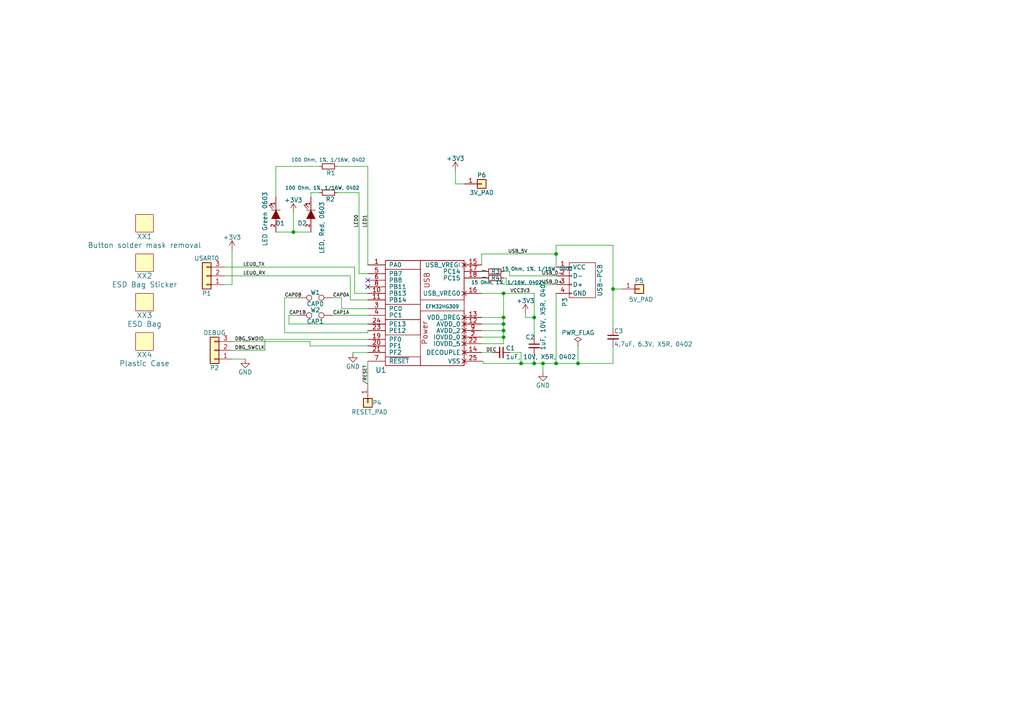
<source format=kicad_sch>
(kicad_sch (version 20211123) (generator eeschema)
  (paper "A4")
  (title_block (title "Tomu, I'm") (date "$Id$") (company "Tim 'mithro' Ansell <mithro@mithis.com>") (comment 1 "License: CC-BY-SA 4.0 or TAPR") (comment 2 "http://tomu.im") (comment 3 "https://github.com/mithro/tomu"))
  (lib_symbols
    (symbol "Device:C_Small" (pin_numbers hide) (pin_names (offset 0.254) hide)
      (property "Reference" "C" (at 0.254 1.778 0))
      (property "Value" "C_Small" (at 0.254 -2.032 0))
      (symbol "C_Small_0_1"
        (polyline (pts (xy -1.524 -0.508) (xy 1.524 -0.508)) (stroke (width 0.3302)))
        (polyline (pts (xy -1.524 0.508) (xy 1.524 0.508)) (stroke (width 0.3048)))
      )
      (symbol "C_Small_1_1"
        (pin passive line (at 0 2.54 270) (length 2.032) (name "~") (number "1"))
        (pin passive line (at 0 -2.54 90) (length 2.032) (name "~") (number "2"))
      )
    )
    (symbol "Device:R_Small" (pin_numbers hide) (pin_names (offset 0.254) hide)
      (property "Reference" "R" (at 0.762 0.508 0))
      (property "Value" "R_Small" (at 0.762 -1.016 0))
      (symbol "R_Small_0_1"
        (rectangle (start -0.762 1.778) (end 0.762 -1.778) (stroke (width 0.2032)))
      )
      (symbol "R_Small_1_1"
        (pin passive line (at 0 2.54 270) (length 0.762) (name "~") (number "1"))
        (pin passive line (at 0 -2.54 90) (length 0.762) (name "~") (number "2"))
      )
    )
    (symbol "efm32hg309:EFM32HG309" (pin_names (offset 1.016))
      (property "Reference" "U" (at -1.27 -1.27 0))
      (property "Value" "EFM32HG309" (at 16.51 17.145 0))
      (symbol "EFM32HG309_0_0"
        (rectangle (start 0 2.54) (end 10.16 0))
        (rectangle (start 0 13.335) (end 10.16 8.89))
        (rectangle (start 0 17.78) (end 10.16 13.335))
        (rectangle (start 0 30.48) (end 10.16 27.94))
        (rectangle (start 10.16 15.875) (end 22.86 0))
        (rectangle (start 10.16 27.94) (end 0 17.78))
        (text "Power" (at 11.43 9.525 900) (effects (font (size 1.524 1.524))))
        (text "USB" (at 12.065 24.765 900) (effects (font (size 1.524 1.524))))
      )
      (symbol "EFM32HG309_0_1"
        (rectangle (start 0 30.48) (end 22.86 0))
        (rectangle (start 10.16 30.48) (end 22.86 19.05))
      )
      (symbol "EFM32HG309_1_1"
        (pin input line (at -5.08 29.21 0) (length 5.08) (name "PA0") (number "1"))
        (pin input line (at -5.08 20.955 0) (length 5.08) (name "PB13") (number "10"))
        (pin input line (at -5.08 19.05 0) (length 5.08) (name "PB14") (number "11"))
        (pin power_in non_logic (at 27.94 12.065 180) (length 5.08) (name "AVDD_0") (number "12"))
        (pin input non_logic (at 27.94 13.97 180) (length 5.08) (name "VDD_DREG") (number "13"))
        (pin passive non_logic (at 27.94 3.81 180) (length 5.08) (name "DECOUPLE") (number "14"))
        (pin power_in non_logic (at 27.94 29.21 180) (length 5.08) (name "USB_VREGI") (number "15"))
        (pin power_out non_logic (at 27.94 20.955 180) (length 5.08) (name "USB_VREG0") (number "16"))
        (pin input line (at 27.94 27.305 180) (length 5.08) (name "PC14") (number "17"))
        (pin input line (at 27.94 25.4 180) (length 5.08) (name "PC15") (number "18"))
        (pin input line (at -5.08 7.62 0) (length 5.08) (name "PF0") (number "19"))
        (pin power_in non_logic (at 27.94 8.255 180) (length 5.08) (name "IOVDD_0") (number "2"))
        (pin input line (at -5.08 5.715 0) (length 5.08) (name "PF1") (number "20"))
        (pin input line (at -5.08 3.81 0) (length 5.08) (name "PF2") (number "21"))
        (pin power_in non_logic (at 27.94 6.35 180) (length 5.08) (name "IOVDD_5") (number "22"))
        (pin input line (at -5.08 10.16 0) (length 5.08) (name "PE12") (number "23"))
        (pin input line (at -5.08 12.065 0) (length 5.08) (name "PE13") (number "24"))
        (pin power_in non_logic (at 27.94 1.27 180) (length 5.08) (name "VSS") (number "25"))
        (pin input line (at -5.08 16.51 0) (length 5.08) (name "PC0") (number "3"))
        (pin input line (at -5.08 14.605 0) (length 5.08) (name "PC1") (number "4"))
        (pin input line (at -5.08 26.67 0) (length 5.08) (name "PB7") (number "5"))
        (pin input line (at -5.08 24.765 0) (length 5.08) (name "PB8") (number "6"))
        (pin input line (at -5.08 1.27 0) (length 5.08) (name "~{RESET}") (number "7"))
        (pin input line (at -5.08 22.86 0) (length 5.08) (name "PB11") (number "8"))
        (pin power_in non_logic (at 27.94 10.16 180) (length 5.08) (name "AVDD_2") (number "9"))
      )
    )
    (symbol "power:+3V3" (power) (pin_names (offset 0))
      (property "Value" "+3V3" (at 0 3.556 0))
      (symbol "+3V3_0_1"
        (polyline (pts (xy -0.762 1.27) (xy 0 2.54)))
        (polyline (pts (xy 0 0) (xy 0 2.54)))
        (polyline (pts (xy 0 2.54) (xy 0.762 1.27)))
      )
      (symbol "+3V3_1_1"
        (pin power_in line (at 0 0 90) (length 0) hide (name "+3V3") (number "1"))
      )
    )
    (symbol "power:GND" (power) (pin_names (offset 0))
      (property "Value" "GND" (at 0 -3.81 0))
      (symbol "GND_0_1"
        (polyline (pts (xy 0 0) (xy 0 -1.27) (xy 1.27 -1.27) (xy 0 -2.54) (xy -1.27 -1.27) (xy 0 -1.27)))
      )
      (symbol "GND_1_1"
        (pin power_in line (at 0 0 270) (length 0) hide (name "GND") (number "1"))
      )
    )
    (symbol "power:PWR_FLAG" (power) (pin_numbers hide) (pin_names (offset 0) hide)
      (property "Value" "PWR_FLAG" (at 0 3.81 0))
      (symbol "PWR_FLAG_0_0"
        (pin power_out line (at 0 0 90) (length 0) (name "pwr") (number "1"))
      )
      (symbol "PWR_FLAG_0_1"
        (polyline (pts (xy 0 0) (xy 0 1.27) (xy -1.016 1.905) (xy 0 2.54) (xy 1.016 1.905) (xy 0 1.27)))
      )
    )
    (symbol "tomu-rescue:Conn_01x01" (pin_names (offset 1.016) hide)
      (property "Reference" "J" (at 0 2.54 0))
      (property "Value" "Conn_01x01" (at 0 -2.54 0))
      (symbol "Conn_01x01_1_1"
        (rectangle (start -1.27 0.127) (end 0 -0.127) (stroke (width 0.1524)))
        (rectangle (start -1.27 1.27) (end 1.27 -1.27) (stroke (width 0.254)) (fill (type background)))
        (pin passive line (at -5.08 0 0) (length 3.81) (name "Pin_1") (number "1"))
      )
    )
    (symbol "tomu-rescue:Conn_01x03" (pin_names (offset 1.016) hide)
      (property "Reference" "J" (at 0 5.08 0))
      (property "Value" "Conn_01x03" (at 0 -5.08 0))
      (symbol "Conn_01x03_1_1"
        (rectangle (start -1.27 -2.413) (end 0 -2.667) (stroke (width 0.1524)))
        (rectangle (start -1.27 0.127) (end 0 -0.127) (stroke (width 0.1524)))
        (rectangle (start -1.27 2.667) (end 0 2.413) (stroke (width 0.1524)))
        (rectangle (start -1.27 3.81) (end 1.27 -3.81) (stroke (width 0.254)) (fill (type background)))
        (pin passive line (at -5.08 2.54 0) (length 3.81) (name "Pin_1") (number "1"))
        (pin passive line (at -5.08 0 0) (length 3.81) (name "Pin_2") (number "2"))
        (pin passive line (at -5.08 -2.54 0) (length 3.81) (name "Pin_3") (number "3"))
      )
    )
    (symbol "tomu-rescue:LED-RESCUE-tomu" (pin_names (offset 1.016) hide)
      (property "Reference" "D" (at 0 2.54 0))
      (property "Value" "LED-RESCUE-tomu" (at 0 -2.54 0))
      (symbol "LED-RESCUE-tomu_0_1"
        (polyline (pts (xy -1.27 1.27) (xy -1.27 -1.27)))
        (polyline (pts (xy -2.032 -0.635) (xy -3.175 -1.651) (xy -3.048 -1.016)))
        (polyline (pts (xy -1.651 -1.016) (xy -2.794 -2.032) (xy -2.667 -1.397)))
        (polyline (pts (xy 1.27 1.27) (xy -1.27 0) (xy 1.27 -1.27)) (fill (type outline)))
      )
      (symbol "LED-RESCUE-tomu_1_1"
        (pin passive line (at -5.08 0 0) (length 3.81) (name "K") (number "1"))
        (pin passive line (at 5.08 0 180) (length 3.81) (name "A") (number "2"))
      )
    )
    (symbol "tomu-rescue:TEST-RESCUE-tomu" (pin_numbers hide) (pin_names (offset 0.762) hide)
      (property "Reference" "W" (at 0 1.524 0))
      (property "Value" "TEST-RESCUE-tomu" (at 0 -1.778 0))
      (symbol "TEST-RESCUE-tomu_0_1"
        (circle (center -1.778 0) (radius 0.762))
        (circle (center 1.778 0) (radius 0.762))
        (pin passive line (at -5.08 0 0) (length 2.54) (name "1") (number "1"))
        (pin passive line (at 5.08 0 180) (length 2.54) (name "2") (number "2"))
      )
    )
    (symbol "usb-pcb:Note" (pin_numbers hide) (pin_names (offset 1.016))
      (property "Reference" "XX" (at 0 0 0))
      (property "Value" "Note" (at 0 -2.54 0))
      (symbol "Note_0_1"
        (rectangle (start -2.54 6.35) (end 2.54 1.27) (fill (type background)))
      )
    )
    (symbol "usb-pcb:USB-PCB" (pin_names (offset 1.016))
      (property "Reference" "P" (at 5.08 -5.08 0))
      (property "Value" "USB-PCB" (at -1.27 5.08 0))
      (symbol "USB-PCB_0_1"
        (rectangle (start -6.35 -3.81) (end 3.81 3.81))
        (rectangle (start -5.207 -3.81) (end -4.953 -3.048))
        (rectangle (start -2.667 -3.81) (end -2.413 -3.048))
        (rectangle (start -0.127 -3.81) (end 0.127 -3.048))
        (rectangle (start 2.413 -3.81) (end 2.667 -3.048))
      )
      (symbol "USB-PCB_1_1"
        (pin power_out line (at -5.08 -7.62 90) (length 3.81) (name "VCC") (number "1"))
        (pin passive line (at -2.54 -7.62 90) (length 3.81) (name "D-") (number "2"))
        (pin passive line (at 0 -7.62 90) (length 3.81) (name "D+") (number "3"))
        (pin power_in line (at 2.54 -7.62 90) (length 3.81) (name "GND") (number "4"))
      )
    )
  )
  (junction (at 85.09 67.31))
  (junction (at 154.94 92.075))
  (junction (at 157.48 105.41))
  (junction (at 167.64 105.41))
  (junction (at 146.05 93.98))
  (junction (at 161.29 105.41))
  (junction (at 146.05 95.885))
  (junction (at 146.05 92.075))
  (junction (at 161.29 73.66))
  (junction (at 177.8 83.82))
  (junction (at 146.05 85.09))
  (junction (at 154.94 105.41))
  (junction (at 146.05 97.79))
  (junction (at 151.13 105.41))
  (no_connect (at 106.68 81.28))
  (no_connect (at 106.68 83.185))
  (wire (pts (xy 146.05 92.075) (xy 139.7 92.075)))
  (wire (pts (xy 177.8 83.82) (xy 180.34 83.82)))
  (wire (pts (xy 139.7 85.09) (xy 146.05 85.09)))
  (wire (pts (xy 139.7 80.645) (xy 140.97 80.645)))
  (wire (pts (xy 146.05 85.09) (xy 154.94 85.09)))
  (wire (pts (xy 161.29 80.01) (xy 147.828 80.01)))
  (wire (pts (xy 132.08 49.53) (xy 132.08 53.34)))
  (wire (pts (xy 82.55 96.52) (xy 82.55 86.36)))
  (wire (pts (xy 106.68 91.44) (xy 96.52 91.44)))
  (wire (pts (xy 147.828 80.01) (xy 147.828 78.74)))
  (wire (pts (xy 146.05 99.695) (xy 139.7 99.695)))
  (wire (pts (xy 167.64 105.41) (xy 177.8 105.41)))
  (wire (pts (xy 152.4 92.075) (xy 154.94 92.075)))
  (wire (pts (xy 104.14 79.375) (xy 104.14 55.88)))
  (wire (pts (xy 167.64 105.41) (xy 167.64 100.33)))
  (wire (pts (xy 104.14 55.88) (xy 97.79 55.88)))
  (wire (pts (xy 161.29 82.55) (xy 146.812 82.55)))
  (wire (pts (xy 106.68 86.995) (xy 101.6 86.995)))
  (wire (pts (xy 146.05 92.075) (xy 146.05 93.98)))
  (wire (pts (xy 147.828 78.74) (xy 146.05 78.74)))
  (wire (pts (xy 161.29 105.41) (xy 161.29 85.09)))
  (wire (pts (xy 154.94 105.41) (xy 157.48 105.41)))
  (wire (pts (xy 177.8 83.82) (xy 177.8 95.25)))
  (wire (pts (xy 140.081 105.41) (xy 140.081 104.775)))
  (wire (pts (xy 106.68 93.98) (xy 83.82 93.98)))
  (wire (pts (xy 80.01 48.26) (xy 92.71 48.26)))
  (wire (pts (xy 161.29 73.66) (xy 139.7 73.66)))
  (wire (pts (xy 140.081 104.775) (xy 139.7 104.775)))
  (wire (pts (xy 161.29 73.66) (xy 161.29 77.47)))
  (wire (pts (xy 161.29 71.12) (xy 177.8 71.12)))
  (wire (pts (xy 106.68 85.09) (xy 102.87 85.09)))
  (wire (pts (xy 83.82 91.44) (xy 86.36 91.44)))
  (wire (pts (xy 90.17 55.88) (xy 90.17 57.15)))
  (wire (pts (xy 102.87 85.09) (xy 102.87 77.47)))
  (wire (pts (xy 67.31 104.14) (xy 71.12 104.14)))
  (wire (pts (xy 80.01 57.15) (xy 80.01 48.26)))
  (wire (pts (xy 140.081 105.41) (xy 151.13 105.41)))
  (wire (pts (xy 106.68 96.52) (xy 106.68 95.885)))
  (wire (pts (xy 104.14 79.375) (xy 106.68 79.375)))
  (wire (pts (xy 99.06 86.36) (xy 99.06 89.535)))
  (wire (pts (xy 146.05 85.09) (xy 146.05 92.075)))
  (wire (pts (xy 147.955 102.235) (xy 151.13 102.235)))
  (wire (pts (xy 67.31 82.55) (xy 65.024 82.55)))
  (wire (pts (xy 76.835 98.425) (xy 76.835 101.6)))
  (wire (pts (xy 97.79 48.26) (xy 106.68 48.26)))
  (wire (pts (xy 82.55 96.52) (xy 106.68 96.52)))
  (wire (pts (xy 161.29 71.12) (xy 161.29 73.66)))
  (wire (pts (xy 76.835 101.6) (xy 67.31 101.6)))
  (wire (pts (xy 154.94 85.09) (xy 154.94 92.075)))
  (wire (pts (xy 151.13 102.235) (xy 151.13 105.41)))
  (wire (pts (xy 157.48 105.41) (xy 161.29 105.41)))
  (wire (pts (xy 80.01 67.31) (xy 85.09 67.31)))
  (wire (pts (xy 177.8 71.12) (xy 177.8 83.82)))
  (wire (pts (xy 106.68 104.775) (xy 106.68 111.76)))
  (wire (pts (xy 101.6 80.01) (xy 65.024 80.01)))
  (wire (pts (xy 89.916 99.06) (xy 67.31 99.06)))
  (wire (pts (xy 177.8 105.41) (xy 177.8 100.33)))
  (wire (pts (xy 89.916 100.33) (xy 106.68 100.33)))
  (wire (pts (xy 106.68 48.26) (xy 106.68 76.835)))
  (wire (pts (xy 67.31 72.39) (xy 67.31 82.55)))
  (wire (pts (xy 146.812 82.55) (xy 146.812 80.645)))
  (wire (pts (xy 140.97 78.74) (xy 139.7 78.74)))
  (wire (pts (xy 132.08 53.34) (xy 134.62 53.34)))
  (wire (pts (xy 146.05 93.98) (xy 139.7 93.98)))
  (wire (pts (xy 106.68 102.235) (xy 102.362 102.235)))
  (wire (pts (xy 146.05 97.79) (xy 139.7 97.79)))
  (wire (pts (xy 96.52 86.36) (xy 99.06 86.36)))
  (wire (pts (xy 85.09 67.31) (xy 90.17 67.31)))
  (wire (pts (xy 161.29 105.41) (xy 167.64 105.41)))
  (wire (pts (xy 101.6 86.995) (xy 101.6 80.01)))
  (wire (pts (xy 83.82 93.98) (xy 83.82 91.44)))
  (wire (pts (xy 89.916 100.33) (xy 89.916 99.06)))
  (wire (pts (xy 82.55 86.36) (xy 86.36 86.36)))
  (wire (pts (xy 151.13 105.41) (xy 154.94 105.41)))
  (wire (pts (xy 154.94 105.41) (xy 154.94 102.87)))
  (wire (pts (xy 92.71 55.88) (xy 90.17 55.88)))
  (wire (pts (xy 76.835 98.425) (xy 106.68 98.425)))
  (wire (pts (xy 102.362 102.235) (xy 102.362 102.489)))
  (wire (pts (xy 146.05 95.885) (xy 146.05 97.79)))
  (wire (pts (xy 146.05 93.98) (xy 146.05 95.885)))
  (wire (pts (xy 146.05 97.79) (xy 146.05 99.695)))
  (wire (pts (xy 102.87 77.47) (xy 65.024 77.47)))
  (wire (pts (xy 99.06 89.535) (xy 106.68 89.535)))
  (wire (pts (xy 85.09 61.595) (xy 85.09 67.31)))
  (wire (pts (xy 139.7 102.235) (xy 142.875 102.235)))
  (wire (pts (xy 154.94 92.075) (xy 154.94 97.79)))
  (wire (pts (xy 157.48 105.41) (xy 157.48 107.95)))
  (wire (pts (xy 152.4 90.805) (xy 152.4 92.075)))
  (wire (pts (xy 146.05 95.885) (xy 139.7 95.885)))
  (wire (pts (xy 146.812 80.645) (xy 146.05 80.645)))
  (wire (pts (xy 139.7 73.66) (xy 139.7 76.835)))
  (label "CAP0A" (at 96.52 86.36 0) (effects (font (size 0.9906 0.9906))))
  (label "USB_5V" (at 147.32 73.66 0) (effects (font (size 0.9906 0.9906))))
  (label "RUSB_D+" (at 139.7 80.645 0) (effects (font (size 0.2032 0.2032))))
  (label "USB_D+" (at 157.099 82.55 0) (effects (font (size 0.9906 0.9906))))
  (label "/RESET" (at 106.68 111.506 90) (effects (font (size 0.9906 0.9906))))
  (label "RUSB_D-" (at 139.7 78.74 0) (effects (font (size 0.2032 0.2032))))
  (label "LED1" (at 106.68 66.04 90) (effects (font (size 0.9906 0.9906))))
  (label "DBG_SWDIO" (at 68.072 99.06 0) (effects (font (size 0.9906 0.9906))))
  (label "USB_D-" (at 157.099 80.01 0) (effects (font (size 0.9906 0.9906))))
  (label "CAP0B" (at 82.55 86.36 0) (effects (font (size 0.9906 0.9906))))
  (label "LEU0_TX" (at 70.485 77.47 0) (effects (font (size 0.9906 0.9906))))
  (label "DEC" (at 140.97 102.235 0) (effects (font (size 0.9906 0.9906))))
  (label "DBG_SWCLK" (at 68.072 101.6 0) (effects (font (size 0.9906 0.9906))))
  (label "LED0" (at 104.14 66.04 90) (effects (font (size 0.9906 0.9906))))
  (label "CAP1B" (at 83.82 91.44 0) (effects (font (size 0.9906 0.9906))))
  (label "LEU0_RX" (at 70.485 80.01 0) (effects (font (size 0.9906 0.9906))))
  (label "VCC3V3" (at 147.955 85.09 0) (effects (font (size 0.9906 0.9906))))
  (label "CAP1A" (at 96.52 91.44 0) (effects (font (size 0.9906 0.9906))))
  (symbol (lib_id "efm32hg309:EFM32HG309") (at 111.76 106.045 0) (unit 1)
    (property "Reference" "U1" (at 110.49 107.315 0) (effects (font (size 1.524 1.524))))
    (property "Value" "EFM32HG309" (at 128.27 88.9 0) (effects (font (size 0.9906 0.9906))))
    (property "Footprint" "Housings_DFN_QFN:QFN-24-1EP_5x5mm_Pitch0.65mm" (effects hide))
    (property "Datasheet" "https://www.silabs.com/documents/public/data-sheets/EFM32HG309.pdf" (effects hide))
    (property "MPN" "EFM32HG309F64G-B-QFN24" (effects hide))
    (property "Manufacturer" "Silicon Laboratories Inc" (effects hide))
  )
  (symbol (lib_id "Device:C_Small") (at 154.94 100.33 0) (unit 1)
    (property "Reference" "C2" (at 152.4 97.79 0) (effects (justify left)))
    (property "Value" "1uF, 10V, X5R, 0402" (at 157.48 101.6 90) (effects (justify left)))
    (property "Footprint" "Capacitors_SMD:C_0402" (effects hide))
    (property "MPN" "ANY" (effects hide))
    (property "Manufacturer" "ANY" (effects hide))
  )
  (symbol (lib_id "power:GND") (at 157.48 107.95 0) (unit 1)
    (property "Reference" "#PWR07" (effects hide))
    (property "Value" "GND" (at 157.48 111.76 0))
  )
  (symbol (lib_id "Device:C_Small") (at 177.8 97.79 0) (unit 1)
    (property "Reference" "C3" (at 178.054 96.012 0) (effects (justify left)))
    (property "Value" "4.7uF, 6.3V, X5R, 0402" (at 178.054 99.822 0) (effects (justify left)))
    (property "Footprint" "Capacitors_SMD:C_0402" (effects hide))
    (property "Manufacturer" "ANY" (effects hide))
    (property "MPN" "ANY" (effects hide))
  )
  (symbol (lib_id "Device:C_Small") (at 145.415 102.235 270) (unit 1)
    (property "Reference" "C1" (at 146.685 100.965 90) (effects (justify left)))
    (property "Value" "1uF, 10V, X5R, 0402" (at 146.685 103.505 90) (effects (justify left)))
    (property "Footprint" "Capacitors_SMD:C_0402" (effects hide))
    (property "MPN" "ANY" (effects hide))
    (property "Manufacturer" "ANY" (effects hide))
  )
  (symbol (lib_id "usb-pcb:USB-PCB") (at 168.91 82.55 270) (unit 1)
    (property "Reference" "P3" (at 163.83 87.63 0))
    (property "Value" "USB-PCB" (at 173.99 81.28 0))
    (property "Footprint" "usb-pcb:USB-PCB" (effects hide))
    (property "Notes" "DNP" (effects hide))
    (property "Description" "USB pads on bottom of PCB" (effects hide))
  )
  (symbol (lib_id "Device:R_Small") (at 143.51 78.74 270) (unit 1)
    (property "Reference" "R3" (at 142.367 78.74 90) (effects (justify left)))
    (property "Value" "15 Ohm, 1%, 1/16W, 0402" (at 145.542 77.978 90) (effects (font (size 0.9906 0.9906)) (justify left)))
    (property "Footprint" "Resistors_SMD:R_0402" (effects hide))
    (property "Manufacturer" "ANY" (effects hide))
    (property "MPN" "ANY" (effects hide))
  )
  (symbol (lib_id "Device:R_Small") (at 143.51 80.645 270) (unit 1)
    (property "Reference" "R4" (at 142.367 80.645 90) (effects (justify left)))
    (property "Value" "15 Ohm, 1%, 1/16W, 0402" (at 136.652 81.915 90) (effects (font (size 0.9906 0.9906)) (justify left)))
    (property "Footprint" "Resistors_SMD:R_0402" (effects hide))
    (property "Manufacturer" "ANY" (effects hide))
    (property "MPN" "ANY" (effects hide))
  )
  (symbol (lib_id "power:GND") (at 71.12 104.14 0) (unit 1)
    (property "Reference" "#PWR02" (effects hide))
    (property "Value" "GND" (at 71.12 107.95 0))
  )
  (symbol (lib_id "power:+3V3") (at 152.4 90.805 0) (unit 1)
    (property "Reference" "#PWR06" (effects hide))
    (property "Value" "+3V3" (at 152.4 87.249 0))
  )
  (symbol (lib_id "tomu-rescue:LED-RESCUE-tomu") (at 80.01 62.23 270) (unit 1)
    (property "Reference" "D1" (at 81.28 64.77 90))
    (property "Value" "LED Green 0603" (at 76.835 63.5 0))
    (property "Footprint" "LED_SMD:LED_0603_1608Metric" (effects hide))
    (property "MPN" "ANY" (effects hide))
    (property "Manufacturer" "ANY" (effects hide))
  )
  (symbol (lib_id "tomu-rescue:LED-RESCUE-tomu") (at 90.17 62.23 270) (unit 1)
    (property "Reference" "D2" (at 87.63 64.77 90))
    (property "Value" "LED, Red, 0603" (at 93.345 66.04 0))
    (property "Footprint" "LED_SMD:LED_0603_1608Metric" (effects hide))
    (property "Manufacturer" "ANY" (effects hide))
    (property "MPN" "ANY" (effects hide))
  )
  (symbol (lib_id "Device:R_Small") (at 95.25 55.88 90) (unit 1)
    (property "Reference" "R2" (at 97.155 57.785 90) (effects (justify left)))
    (property "Value" "100 Ohm, 1%, 1/16W, 0402" (at 104.267 54.483 90) (effects (font (size 0.9906 0.9906)) (justify left)))
    (property "Footprint" "Resistors_SMD:R_0402" (effects hide))
    (property "MPN" "ANY" (effects hide))
    (property "Manufacturer" "ANY" (effects hide))
  )
  (symbol (lib_id "Device:R_Small") (at 95.25 48.26 270) (unit 1)
    (property "Reference" "R1" (at 94.615 50.165 90) (effects (justify left)))
    (property "Value" "100 Ohm, 1%, 1/16W, 0402" (at 84.455 46.355 90) (effects (font (size 0.9906 0.9906)) (justify left)))
    (property "Footprint" "Resistors_SMD:R_0402" (effects hide))
    (property "MPN" "ANY" (effects hide))
    (property "Manufacturer" "ANY" (effects hide))
  )
  (symbol (lib_id "power:+3V3") (at 67.31 72.39 0) (unit 1)
    (property "Reference" "#PWR01" (effects hide))
    (property "Value" "+3V3" (at 67.31 68.834 0))
  )
  (symbol (lib_id "tomu-rescue:TEST-RESCUE-tomu") (at 91.44 86.36 0) (unit 1)
    (property "Reference" "W1" (at 91.44 84.836 0))
    (property "Value" "CAP0" (at 91.44 88.138 0))
    (property "Footprint" "Measurement_Points:Test_Point_2Pads" (effects hide))
    (property "Notes" "DNP" (effects hide))
    (property "Description" "Capacitive touch pads" (effects hide))
  )
  (symbol (lib_id "tomu-rescue:TEST-RESCUE-tomu") (at 91.44 91.44 0) (unit 1)
    (property "Reference" "W2" (at 91.44 89.916 0))
    (property "Value" "CAP1" (at 91.44 93.218 0))
    (property "Footprint" "Measurement_Points:Test_Point_2Pads" (effects hide))
    (property "Notes" "DNP" (effects hide))
    (property "Description" "Capacitive touch pads" (effects hide))
  )
  (symbol (lib_id "power:+3V3") (at 85.09 61.595 0) (unit 1)
    (property "Reference" "#PWR03" (effects hide))
    (property "Value" "+3V3" (at 85.09 58.039 0))
  )
  (symbol (lib_id "power:GND") (at 102.362 102.489 0) (unit 1)
    (property "Reference" "#PWR04" (effects hide))
    (property "Value" "GND" (at 102.362 106.299 0))
  )
  (symbol (lib_id "tomu-rescue:Conn_01x03") (at 62.23 101.6 180) (unit 1)
    (property "Reference" "P2" (at 62.23 106.68 0))
    (property "Value" "DEBUG" (at 62.23 96.52 0))
    (property "Footprint" "usb-pcb:pads-1x3" (effects hide))
    (property "Notes" "DNP" (effects hide))
    (property "Description" "Test points for SWD" (effects hide))
  )
  (symbol (lib_id "power:PWR_FLAG") (at 167.64 100.33 0) (unit 1)
    (property "Reference" "#FLG01" (effects hide))
    (property "Value" "PWR_FLAG" (at 167.64 96.52 0))
  )
  (symbol (lib_id "tomu-rescue:Conn_01x03") (at 59.944 80.01 180) (unit 1)
    (property "Reference" "P1" (at 59.944 85.09 0))
    (property "Value" "USART0" (at 59.944 74.93 0))
    (property "Footprint" "usb-pcb:pads-1x3-slim" (effects hide))
    (property "Notes" "DNP" (effects hide))
    (property "Description" "Test points for serial" (effects hide))
  )
  (symbol (lib_id "tomu-rescue:Conn_01x01") (at 106.68 116.84 270) (unit 1)
    (property "Reference" "P4" (at 109.347 116.84 90))
    (property "Value" "RESET_PAD" (at 107.188 119.507 90))
    (property "Footprint" "usb-pcb:pads-1x1" (effects hide))
    (property "Notes" "DNP" (effects hide))
    (property "Description" "Test point for RESET line" (effects hide))
  )
  (symbol (lib_id "tomu-rescue:Conn_01x01") (at 185.42 83.82 0) (unit 1)
    (property "Reference" "P5" (at 185.42 81.407 0))
    (property "Value" "5V_PAD" (at 185.928 86.868 0))
    (property "Footprint" "usb-pcb:pads-1x1" (effects hide))
    (property "Notes" "DNP" (effects hide))
    (property "Description" "Test point for supplying 5V power" (effects hide))
  )
  (symbol (lib_id "usb-pcb:Note") (at 41.91 68.58 0) (unit 1)
    (property "Reference" "XX1" (at 41.91 68.58 0) (effects (font (size 1.524 1.524))))
    (property "Value" "Button solder mask removal" (at 41.91 71.12 0) (effects (font (size 1.524 1.524))))
    (property "Footprint" "usb-pcb:soldermask-removal" (effects hide))
    (property "Notes" "DNP" (effects hide))
    (property "Description" "Internal component to expose captouch pads" (effects hide))
  )
  (symbol (lib_id "usb-pcb:Note") (at 41.91 91.44 0) (unit 1)
    (property "Reference" "XX3" (at 41.91 91.44 0) (effects (font (size 1.524 1.524))))
    (property "Value" "ESD Bag" (at 41.91 93.98 0) (effects (font (size 1.524 1.524))))
    (property "Notes" "DNP" (effects hide))
    (property "Description" "Small bag to contain PCB and plastic case.  Approx. 90mm x 90mm." (effects hide))
  )
  (symbol (lib_id "usb-pcb:Note") (at 41.91 102.87 0) (unit 1)
    (property "Reference" "XX4" (at 41.91 102.87 0) (effects (font (size 1.524 1.524))))
    (property "Value" "Plastic Case" (at 41.91 105.41 0) (effects (font (size 1.524 1.524))))
    (property "Notes" "DNP" (effects hide))
    (property "Description" "Case to be consigned from external plastics vendor" (effects hide))
  )
  (symbol (lib_id "tomu-rescue:Conn_01x01") (at 139.7 53.34 0) (unit 1)
    (property "Reference" "P6" (at 139.7 50.8 0))
    (property "Value" "3V_PAD" (at 139.7 55.88 0))
    (property "Footprint" "usb-pcb:pads-1x1" (effects hide))
    (property "Notes" "DNP" (effects hide))
    (property "Description" "Test point for 3.3V power" (effects hide))
  )
  (symbol (lib_id "power:+3V3") (at 132.08 49.53 0) (unit 1)
    (property "Reference" "#PWR05" (effects hide))
    (property "Value" "+3V3" (at 132.08 45.974 0))
  )
  (symbol (lib_id "usb-pcb:Note") (at 41.91 80.01 0) (unit 1)
    (property "Reference" "XX2" (at 41.91 80.01 0) (effects (font (size 1.524 1.524))))
    (property "Value" "ESD Bag Sticker" (at 41.91 82.55 0) (effects (font (size 1.524 1.524))))
    (property "Notes" "DNP" (effects hide))
    (property "Description" "Black-and-white sticker to affix to ESD bag. 30mm x 50mm" (effects hide))
  )
)
</source>
